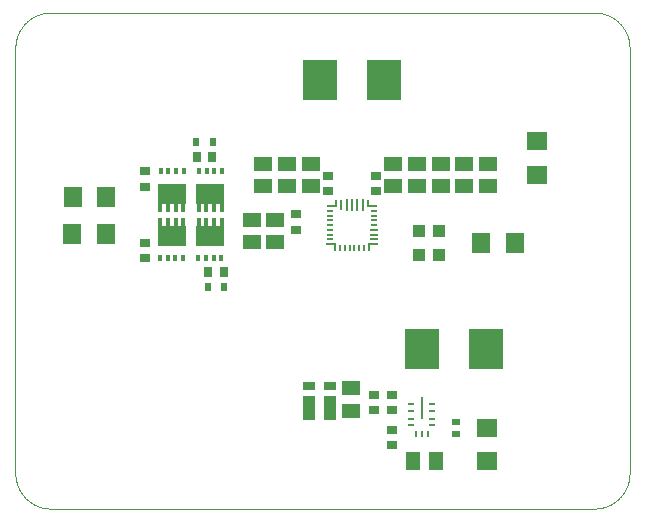
<source format=gtp>
G04 EAGLE Gerber RS-274X export*
G75*
%MOMM*%
%FSLAX35Y35*%
%LPD*%
%INsolder_paste_top*%
%IPPOS*%
%AMOC8*
5,1,8,0,0,1.08239X$1,22.5*%
G01*
%ADD10C,0.000000*%
%ADD11R,0.950000X0.200000*%
%ADD12R,0.600000X0.200000*%
%ADD13R,0.900000X0.200000*%
%ADD14R,0.200000X0.600000*%
%ADD15R,0.700000X0.200000*%
%ADD16R,0.650000X0.200000*%
%ADD17R,0.680000X0.200000*%
%ADD18R,0.200000X1.000000*%
%ADD19R,0.200000X0.950000*%
%ADD20R,1.000000X1.100000*%
%ADD21R,0.900000X0.700000*%
%ADD22R,0.300000X0.600000*%
%ADD23R,0.300000X0.635000*%
%ADD24R,2.450000X1.775000*%
%ADD25R,0.600000X0.700000*%
%ADD26R,1.500000X1.300000*%
%ADD27R,2.950000X3.500000*%
%ADD28R,1.100000X2.000000*%
%ADD29R,1.100000X0.800000*%
%ADD30R,1.800000X1.600000*%
%ADD31R,0.600000X0.250000*%
%ADD32R,0.250000X1.825000*%
%ADD33R,0.250000X0.600000*%
%ADD34R,1.300000X1.500000*%
%ADD35R,0.700000X0.600000*%
%ADD36R,0.700000X0.900000*%
%ADD37R,1.600000X1.803000*%
%ADD38R,1.803000X1.600000*%


D10*
X0Y3900000D02*
X0Y300000D01*
X88Y292751D01*
X350Y285506D01*
X788Y278270D01*
X1401Y271046D01*
X2187Y263839D01*
X3148Y256653D01*
X4282Y249493D01*
X5589Y242362D01*
X7068Y235265D01*
X8717Y228205D01*
X10537Y221188D01*
X12526Y214216D01*
X14683Y207295D01*
X17006Y200428D01*
X19495Y193619D01*
X22148Y186872D01*
X24962Y180191D01*
X27938Y173580D01*
X31072Y167043D01*
X34363Y160583D01*
X37810Y154205D01*
X41409Y147912D01*
X45160Y141708D01*
X49059Y135596D01*
X53105Y129581D01*
X57295Y123664D01*
X61627Y117851D01*
X66098Y112144D01*
X70705Y106547D01*
X75447Y101063D01*
X80319Y95695D01*
X85320Y90447D01*
X90447Y85320D01*
X95695Y80319D01*
X101063Y75447D01*
X106547Y70705D01*
X112144Y66098D01*
X117851Y61627D01*
X123664Y57295D01*
X129581Y53105D01*
X135596Y49059D01*
X141708Y45160D01*
X147912Y41409D01*
X154205Y37810D01*
X160583Y34363D01*
X167043Y31072D01*
X173580Y27938D01*
X180191Y24962D01*
X186872Y22148D01*
X193619Y19495D01*
X200428Y17006D01*
X207295Y14683D01*
X214216Y12526D01*
X221188Y10537D01*
X228205Y8717D01*
X235265Y7068D01*
X242362Y5589D01*
X249493Y4282D01*
X256653Y3148D01*
X263839Y2187D01*
X271046Y1401D01*
X278270Y788D01*
X285506Y350D01*
X292751Y88D01*
X300000Y0D01*
X4900000Y0D01*
X4907249Y88D01*
X4914494Y350D01*
X4921730Y788D01*
X4928954Y1401D01*
X4936161Y2187D01*
X4943347Y3148D01*
X4950507Y4282D01*
X4957638Y5589D01*
X4964735Y7068D01*
X4971795Y8717D01*
X4978812Y10537D01*
X4985784Y12526D01*
X4992705Y14683D01*
X4999572Y17006D01*
X5006381Y19495D01*
X5013128Y22148D01*
X5019809Y24962D01*
X5026420Y27938D01*
X5032957Y31072D01*
X5039417Y34363D01*
X5045795Y37810D01*
X5052088Y41409D01*
X5058292Y45160D01*
X5064404Y49059D01*
X5070419Y53105D01*
X5076336Y57295D01*
X5082149Y61627D01*
X5087856Y66098D01*
X5093453Y70705D01*
X5098937Y75447D01*
X5104305Y80319D01*
X5109553Y85320D01*
X5114680Y90447D01*
X5119681Y95695D01*
X5124553Y101063D01*
X5129295Y106547D01*
X5133902Y112144D01*
X5138373Y117851D01*
X5142705Y123664D01*
X5146895Y129581D01*
X5150941Y135596D01*
X5154840Y141708D01*
X5158591Y147912D01*
X5162190Y154205D01*
X5165637Y160583D01*
X5168928Y167043D01*
X5172062Y173580D01*
X5175038Y180191D01*
X5177852Y186872D01*
X5180505Y193619D01*
X5182994Y200428D01*
X5185317Y207295D01*
X5187474Y214216D01*
X5189463Y221188D01*
X5191283Y228205D01*
X5192932Y235265D01*
X5194411Y242362D01*
X5195718Y249493D01*
X5196852Y256653D01*
X5197813Y263839D01*
X5198599Y271046D01*
X5199212Y278270D01*
X5199650Y285506D01*
X5199912Y292751D01*
X5200000Y300000D01*
X5200000Y3900000D01*
X5199912Y3907249D01*
X5199650Y3914494D01*
X5199212Y3921730D01*
X5198599Y3928954D01*
X5197813Y3936161D01*
X5196852Y3943347D01*
X5195718Y3950507D01*
X5194411Y3957638D01*
X5192932Y3964735D01*
X5191283Y3971795D01*
X5189463Y3978812D01*
X5187474Y3985784D01*
X5185317Y3992705D01*
X5182994Y3999572D01*
X5180505Y4006381D01*
X5177852Y4013128D01*
X5175038Y4019809D01*
X5172062Y4026420D01*
X5168928Y4032957D01*
X5165637Y4039417D01*
X5162190Y4045795D01*
X5158591Y4052088D01*
X5154840Y4058292D01*
X5150941Y4064404D01*
X5146895Y4070419D01*
X5142705Y4076336D01*
X5138373Y4082149D01*
X5133902Y4087856D01*
X5129295Y4093453D01*
X5124553Y4098937D01*
X5119681Y4104305D01*
X5114680Y4109553D01*
X5109553Y4114680D01*
X5104305Y4119681D01*
X5098937Y4124553D01*
X5093453Y4129295D01*
X5087856Y4133902D01*
X5082149Y4138373D01*
X5076336Y4142705D01*
X5070419Y4146895D01*
X5064404Y4150941D01*
X5058292Y4154840D01*
X5052088Y4158591D01*
X5045795Y4162190D01*
X5039417Y4165637D01*
X5032957Y4168928D01*
X5026420Y4172062D01*
X5019809Y4175038D01*
X5013128Y4177852D01*
X5006381Y4180505D01*
X4999572Y4182994D01*
X4992705Y4185317D01*
X4985784Y4187474D01*
X4978812Y4189463D01*
X4971795Y4191283D01*
X4964735Y4192932D01*
X4957638Y4194411D01*
X4950507Y4195718D01*
X4943347Y4196852D01*
X4936161Y4197813D01*
X4928954Y4198599D01*
X4921730Y4199212D01*
X4914494Y4199650D01*
X4907249Y4199912D01*
X4900000Y4200000D01*
X300000Y4200000D01*
X292751Y4199912D01*
X285506Y4199650D01*
X278270Y4199212D01*
X271046Y4198599D01*
X263839Y4197813D01*
X256653Y4196852D01*
X249493Y4195718D01*
X242362Y4194411D01*
X235265Y4192932D01*
X228205Y4191283D01*
X221188Y4189463D01*
X214216Y4187474D01*
X207295Y4185317D01*
X200428Y4182994D01*
X193619Y4180505D01*
X186872Y4177852D01*
X180191Y4175038D01*
X173580Y4172062D01*
X167043Y4168928D01*
X160583Y4165637D01*
X154205Y4162190D01*
X147912Y4158591D01*
X141708Y4154840D01*
X135596Y4150941D01*
X129581Y4146895D01*
X123664Y4142705D01*
X117851Y4138373D01*
X112144Y4133902D01*
X106547Y4129295D01*
X101063Y4124553D01*
X95695Y4119681D01*
X90447Y4114680D01*
X85320Y4109553D01*
X80319Y4104305D01*
X75447Y4098937D01*
X70705Y4093453D01*
X66098Y4087856D01*
X61627Y4082149D01*
X57295Y4076336D01*
X53105Y4070419D01*
X49059Y4064404D01*
X45160Y4058292D01*
X41409Y4052088D01*
X37810Y4045795D01*
X34363Y4039417D01*
X31072Y4032957D01*
X27938Y4026420D01*
X24962Y4019809D01*
X22148Y4013128D01*
X19495Y4006381D01*
X17006Y3999572D01*
X14683Y3992705D01*
X12526Y3985784D01*
X10537Y3978812D01*
X8717Y3971795D01*
X7068Y3964735D01*
X5589Y3957638D01*
X4282Y3950507D01*
X3148Y3943347D01*
X2187Y3936161D01*
X1401Y3928954D01*
X788Y3921730D01*
X350Y3914494D01*
X88Y3907249D01*
X0Y3900000D01*
D11*
X2677500Y2560000D03*
D12*
X2660000Y2520000D03*
X2660000Y2480000D03*
X2660000Y2440000D03*
X2660000Y2400000D03*
X2660000Y2360000D03*
X2660000Y2320000D03*
X2660000Y2280000D03*
D13*
X2675000Y2240000D03*
D14*
X2750000Y2210000D03*
X2790000Y2210000D03*
X2830000Y2210000D03*
X2870000Y2210000D03*
X2910000Y2210000D03*
X2950000Y2210000D03*
D13*
X3025000Y2240000D03*
D15*
X3035000Y2280000D03*
D16*
X3037500Y2320000D03*
D17*
X3036000Y2360000D03*
D12*
X3040000Y2400000D03*
X3040000Y2440000D03*
X3040000Y2480000D03*
X3040000Y2520000D03*
D11*
X3022500Y2560000D03*
D18*
X2940000Y2570000D03*
X2895000Y2570000D03*
X2850000Y2570000D03*
X2805000Y2570000D03*
D19*
X2760000Y2572500D03*
D14*
X2715000Y2590000D03*
X2710000Y2210000D03*
X2990000Y2210000D03*
X2985000Y2590000D03*
D20*
X3585000Y2350000D03*
X3415000Y2350000D03*
X3415000Y2150000D03*
X3585000Y2150000D03*
D21*
X3050000Y2685000D03*
X3050000Y2815000D03*
X2650000Y2685000D03*
X2650000Y2815000D03*
D22*
X1550000Y2120000D03*
X1615000Y2120000D03*
X1680000Y2120000D03*
X1745000Y2120000D03*
D23*
X1747500Y2427500D03*
X1682500Y2427500D03*
X1617500Y2427500D03*
X1552500Y2427500D03*
D24*
X1650000Y2307500D03*
D22*
X1425000Y2855000D03*
X1360000Y2855000D03*
X1295000Y2855000D03*
X1230000Y2855000D03*
D23*
X1227500Y2547500D03*
X1292500Y2547500D03*
X1357500Y2547500D03*
X1422500Y2547500D03*
D24*
X1325000Y2667500D03*
D22*
X1225000Y2120000D03*
X1290000Y2120000D03*
X1355000Y2120000D03*
X1420000Y2120000D03*
D23*
X1422500Y2427500D03*
X1357500Y2427500D03*
X1292500Y2427500D03*
X1227500Y2427500D03*
D24*
X1325000Y2307500D03*
D22*
X1750000Y2855000D03*
X1685000Y2855000D03*
X1620000Y2855000D03*
X1555000Y2855000D03*
D23*
X1552500Y2547500D03*
X1617500Y2547500D03*
X1682500Y2547500D03*
X1747500Y2547500D03*
D24*
X1650000Y2667500D03*
D25*
X1770000Y1875000D03*
X1630000Y1875000D03*
X1530000Y3100000D03*
X1670000Y3100000D03*
D21*
X1100000Y2250000D03*
X1100000Y2120000D03*
X1100000Y2855000D03*
X1100000Y2725000D03*
D26*
X2500000Y2730000D03*
X2500000Y2920000D03*
X2300000Y2730000D03*
X2300000Y2920000D03*
X2100000Y2730000D03*
X2100000Y2920000D03*
D21*
X2375000Y2490000D03*
X2375000Y2360000D03*
D26*
X2200000Y2445000D03*
X2200000Y2255000D03*
X2000000Y2445000D03*
X2000000Y2255000D03*
X3200000Y2730000D03*
X3200000Y2920000D03*
X3400000Y2730000D03*
X3400000Y2920000D03*
X3600000Y2730000D03*
X3600000Y2920000D03*
X3800000Y2730000D03*
X3800000Y2920000D03*
X4000000Y2730000D03*
X4000000Y2920000D03*
D27*
X3120000Y3625000D03*
X2580000Y3625000D03*
D28*
X2490000Y850000D03*
D29*
X2490000Y1040000D03*
D28*
X2665000Y850000D03*
D29*
X2665000Y1040000D03*
D21*
X3190000Y835000D03*
X3190000Y965000D03*
D30*
X3990000Y685000D03*
X3990000Y405000D03*
D31*
X3349100Y888500D03*
X3349100Y823500D03*
X3348900Y758000D03*
X3348900Y708000D03*
X3529900Y888500D03*
X3529900Y823500D03*
X3530100Y758600D03*
X3530100Y708600D03*
D32*
X3440000Y853800D03*
D33*
X3390000Y634800D03*
X3440000Y635000D03*
X3490000Y634800D03*
D21*
X3040000Y835000D03*
X3040000Y965000D03*
D26*
X2840000Y830000D03*
X2840000Y1020000D03*
D34*
X3370000Y400000D03*
X3560000Y400000D03*
D35*
X3727500Y635000D03*
X3727500Y735000D03*
D21*
X3190000Y665000D03*
X3190000Y535000D03*
D27*
X3445000Y1350000D03*
X3985000Y1350000D03*
D36*
X1535000Y2975000D03*
X1665000Y2975000D03*
X1635000Y2000000D03*
X1765000Y2000000D03*
D37*
X771200Y2640000D03*
X486800Y2640000D03*
X763700Y2327250D03*
X479300Y2327250D03*
X3944050Y2247000D03*
X4228450Y2247000D03*
D38*
X4414000Y3111200D03*
X4414000Y2826800D03*
M02*

</source>
